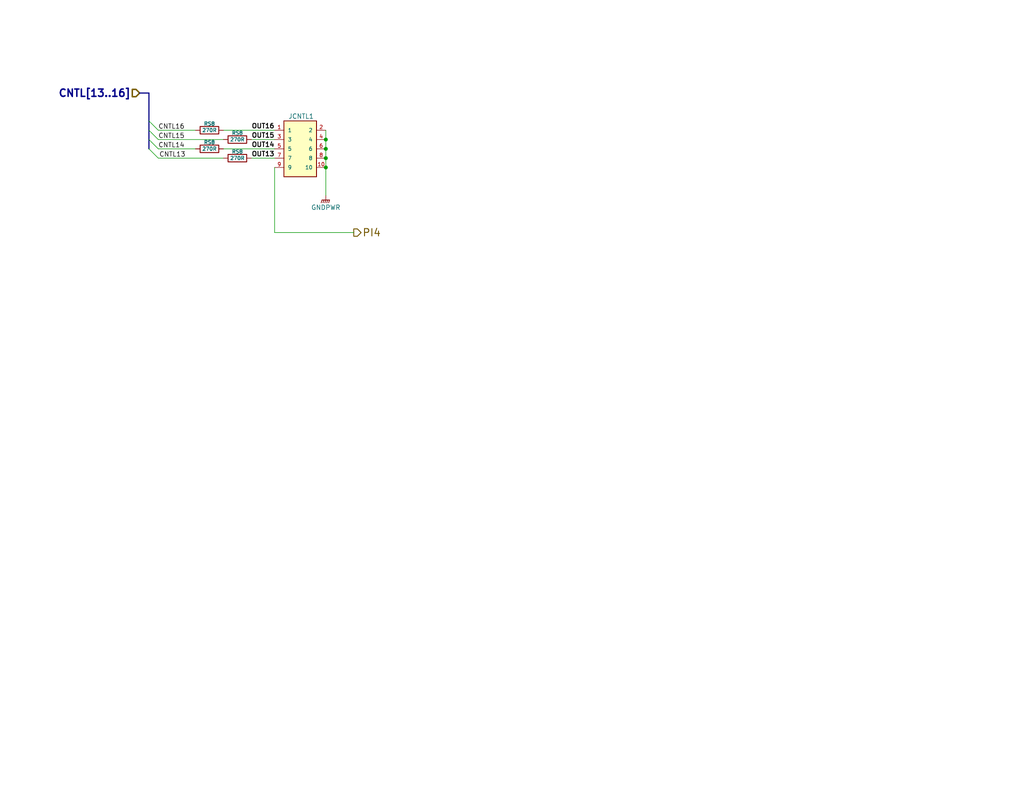
<source format=kicad_sch>
(kicad_sch (version 20230121) (generator eeschema)

  (uuid ba2554c5-6e4b-4fd9-99c6-54d52061f3be)

  (paper "USLetter")

  (title_block
    (title "Pico W 2X SSR Control")
    (date "2023-03-15")
    (rev "0.0.2")
    (company "Michael Cummings")
    (comment 1 "https://ohwr.org/project/cernohl/wikis/Documents/CERN-OHL-version-2")
    (comment 2 "Hardware License: CERN-OHL-W")
    (comment 3 "https://creativecommons.org/licenses/by-sa/4.0/")
    (comment 4 "License: CC By SA 4.0")
  )

  (lib_symbols
    (symbol "Device:R" (pin_numbers hide) (pin_names (offset 0)) (in_bom yes) (on_board yes)
      (property "Reference" "R" (at 2.032 0 90)
        (effects (font (size 1.27 1.27)))
      )
      (property "Value" "R" (at 0 0 90)
        (effects (font (size 1.27 1.27)))
      )
      (property "Footprint" "" (at -1.778 0 90)
        (effects (font (size 1.27 1.27)) hide)
      )
      (property "Datasheet" "~" (at 0 0 0)
        (effects (font (size 1.27 1.27)) hide)
      )
      (property "ki_keywords" "R res resistor" (at 0 0 0)
        (effects (font (size 1.27 1.27)) hide)
      )
      (property "ki_description" "Resistor" (at 0 0 0)
        (effects (font (size 1.27 1.27)) hide)
      )
      (property "ki_fp_filters" "R_*" (at 0 0 0)
        (effects (font (size 1.27 1.27)) hide)
      )
      (symbol "R_0_1"
        (rectangle (start -1.016 -2.54) (end 1.016 2.54)
          (stroke (width 0.254) (type default))
          (fill (type none))
        )
      )
      (symbol "R_1_1"
        (pin passive line (at 0 3.81 270) (length 1.27)
          (name "~" (effects (font (size 1.27 1.27))))
          (number "1" (effects (font (size 1.27 1.27))))
        )
        (pin passive line (at 0 -3.81 90) (length 1.27)
          (name "~" (effects (font (size 1.27 1.27))))
          (number "2" (effects (font (size 1.27 1.27))))
        )
      )
    )
    (symbol "SHF-105-01-L-D-RA_1" (pin_names (offset 1.016)) (in_bom yes) (on_board yes)
      (property "Reference" "JCNTL4" (at 0.254 8.89 0)
        (effects (font (size 1.27 1.27)))
      )
      (property "Value" "SHF-105-01-L-D-RA" (at 0 -43.18 0)
        (effects (font (size 1.27 1.27)) (justify left bottom) hide)
      )
      (property "Footprint" "dragon_mobile:SAMTEC_SHF-105-01-L-D-RA" (at 0 -16.51 0)
        (effects (font (size 1.27 1.27)) (justify left bottom) hide)
      )
      (property "Datasheet" "https://www.mouser.com/datasheet/2/527/shf-2854584.pdf" (at 0 -19.05 0)
        (effects (font (size 1.27 1.27)) (justify left bottom) hide)
      )
      (property "Description" "Headers & Wire Housings Shrouded Terminal Strip, 0.050\"(1.27mm) pitch, Pin(Male), Right Angle, IDC; 10 Pos. 2 Rows;" (at 0 -21.59 0)
        (effects (font (size 1.27 1.27)) (justify left bottom) hide)
      )
      (property "MFN" "Samtec" (at 0 -24.13 0)
        (effects (font (size 1.27 1.27)) (justify left bottom) hide)
      )
      (property "MFP" "SHF-105-01-L-D-RA-TR" (at 0 -26.67 0)
        (effects (font (size 1.27 1.27)) (justify left bottom) hide)
      )
      (property "Type" "THT" (at 0 -29.21 0)
        (effects (font (size 1.27 1.27)) (justify left bottom) hide)
      )
      (property "Height (mm)" "5.33" (at 0 -31.75 0)
        (effects (font (size 1.27 1.27)) (justify left bottom) hide)
      )
      (property "Mouser Part Number" "200-SHF10501LDRATR" (at 0 -34.29 0)
        (effects (font (size 1.27 1.27)) (justify left bottom) hide)
      )
      (property "Mouser Price/Stock" "https://www.mouser.com/ProductDetail/Samtec/SHF-105-01-L-D-RA-TR?qs=%252BZP6%2F%252BtExtA3jdVUpsGHlg%3D%3D" (at 0 -36.83 0)
        (effects (font (size 1.27 1.27)) (justify left bottom) hide)
      )
      (property "Package" "Other" (at 0 -44.704 0)
        (effects (font (size 1.27 1.27)) (justify left) hide)
      )
      (property "Characteristics" "Headers & Wire Housings Shrouded Terminal Strip, 0.050\"(1.27mm) pitch, Pin(Male), Right Angle, IDC; 10 Pos. 2 Rows;" (at 0 -39.37 0)
        (effects (font (size 1.27 1.27)) (justify left) hide)
      )
      (property "Your Instructions/Notes" "" (at 0 0 0)
        (effects (font (size 1.27 1.27)) hide)
      )
      (property "ki_keywords" "Connector" (at 0 0 0)
        (effects (font (size 1.27 1.27)) hide)
      )
      (property "ki_description" "Shrouded Terminal Strip, 0.050'' pitch, SHF-105-01-L-D-RA" (at 0 0 0)
        (effects (font (size 1.27 1.27)) hide)
      )
      (symbol "SHF-105-01-L-D-RA_1_0_0"
        (rectangle (start -4.445 7.62) (end 4.445 -7.62)
          (stroke (width 0.254) (type default))
          (fill (type background))
        )
        (pin passive line (at -6.985 5.08 0) (length 2.54)
          (name "1" (effects (font (size 1.016 1.016))))
          (number "1" (effects (font (size 1.016 1.016))))
        )
        (pin passive line (at 6.985 -5.08 180) (length 2.54)
          (name "10" (effects (font (size 1.016 1.016))))
          (number "10" (effects (font (size 1.016 1.016))))
        )
        (pin passive line (at 6.985 5.08 180) (length 2.54)
          (name "2" (effects (font (size 1.016 1.016))))
          (number "2" (effects (font (size 1.016 1.016))))
        )
        (pin passive line (at -6.985 2.54 0) (length 2.54)
          (name "3" (effects (font (size 1.016 1.016))))
          (number "3" (effects (font (size 1.016 1.016))))
        )
        (pin passive line (at 6.985 2.54 180) (length 2.54)
          (name "4" (effects (font (size 1.016 1.016))))
          (number "4" (effects (font (size 1.016 1.016))))
        )
        (pin passive line (at -6.985 0 0) (length 2.54)
          (name "5" (effects (font (size 1.016 1.016))))
          (number "5" (effects (font (size 1.016 1.016))))
        )
        (pin passive line (at 6.985 0 180) (length 2.54)
          (name "6" (effects (font (size 1.016 1.016))))
          (number "6" (effects (font (size 1.016 1.016))))
        )
        (pin passive line (at -6.985 -2.54 0) (length 2.54)
          (name "7" (effects (font (size 1.016 1.016))))
          (number "7" (effects (font (size 1.016 1.016))))
        )
        (pin passive line (at 6.985 -2.54 180) (length 2.54)
          (name "8" (effects (font (size 1.016 1.016))))
          (number "8" (effects (font (size 1.016 1.016))))
        )
        (pin power_out line (at -6.985 -5.08 0) (length 2.54)
          (name "9" (effects (font (size 1.016 1.016))))
          (number "9" (effects (font (size 1.016 1.016))))
        )
      )
    )
    (symbol "power:GNDPWR" (power) (pin_names (offset 0)) (in_bom yes) (on_board yes)
      (property "Reference" "#PWR" (at 0 -5.08 0)
        (effects (font (size 1.27 1.27)) hide)
      )
      (property "Value" "GNDPWR" (at 0 -3.302 0)
        (effects (font (size 1.27 1.27)))
      )
      (property "Footprint" "" (at 0 -1.27 0)
        (effects (font (size 1.27 1.27)) hide)
      )
      (property "Datasheet" "" (at 0 -1.27 0)
        (effects (font (size 1.27 1.27)) hide)
      )
      (property "ki_keywords" "global ground" (at 0 0 0)
        (effects (font (size 1.27 1.27)) hide)
      )
      (property "ki_description" "Power symbol creates a global label with name \"GNDPWR\" , global ground" (at 0 0 0)
        (effects (font (size 1.27 1.27)) hide)
      )
      (symbol "GNDPWR_0_1"
        (polyline
          (pts
            (xy 0 -1.27)
            (xy 0 0)
          )
          (stroke (width 0) (type default))
          (fill (type none))
        )
        (polyline
          (pts
            (xy -1.016 -1.27)
            (xy -1.27 -2.032)
            (xy -1.27 -2.032)
          )
          (stroke (width 0.2032) (type default))
          (fill (type none))
        )
        (polyline
          (pts
            (xy -0.508 -1.27)
            (xy -0.762 -2.032)
            (xy -0.762 -2.032)
          )
          (stroke (width 0.2032) (type default))
          (fill (type none))
        )
        (polyline
          (pts
            (xy 0 -1.27)
            (xy -0.254 -2.032)
            (xy -0.254 -2.032)
          )
          (stroke (width 0.2032) (type default))
          (fill (type none))
        )
        (polyline
          (pts
            (xy 0.508 -1.27)
            (xy 0.254 -2.032)
            (xy 0.254 -2.032)
          )
          (stroke (width 0.2032) (type default))
          (fill (type none))
        )
        (polyline
          (pts
            (xy 1.016 -1.27)
            (xy -1.016 -1.27)
            (xy -1.016 -1.27)
          )
          (stroke (width 0.2032) (type default))
          (fill (type none))
        )
        (polyline
          (pts
            (xy 1.016 -1.27)
            (xy 0.762 -2.032)
            (xy 0.762 -2.032)
            (xy 0.762 -2.032)
          )
          (stroke (width 0.2032) (type default))
          (fill (type none))
        )
      )
      (symbol "GNDPWR_1_1"
        (pin power_in line (at 0 0 270) (length 0) hide
          (name "GNDPWR" (effects (font (size 1.27 1.27))))
          (number "1" (effects (font (size 1.27 1.27))))
        )
      )
    )
  )

  (junction (at 88.9 45.72) (diameter 0) (color 0 0 0 0)
    (uuid 3d4b9231-2088-465a-b850-b77796898738)
  )
  (junction (at 88.9 38.1) (diameter 0) (color 0 0 0 0)
    (uuid c13451bc-4f21-4185-8876-8b60515ceef9)
  )
  (junction (at 88.9 40.64) (diameter 0) (color 0 0 0 0)
    (uuid ca5ac0fd-098a-4624-bc8b-77205602401b)
  )
  (junction (at 88.9 43.18) (diameter 0) (color 0 0 0 0)
    (uuid dd2f12ca-485b-4675-aff0-6638e810c8a5)
  )

  (bus_entry (at 40.64 38.1) (size 2.54 2.54)
    (stroke (width 0) (type default))
    (uuid 03114e40-5166-4a42-870f-e63c6b168a00)
  )
  (bus_entry (at 40.64 35.56) (size 2.54 2.54)
    (stroke (width 0) (type default))
    (uuid 2487e141-a9ef-498c-98ce-f4a3600347cc)
  )
  (bus_entry (at 40.64 33.02) (size 2.54 2.54)
    (stroke (width 0) (type default))
    (uuid 37057035-b3c9-41fe-96f7-d144089444d6)
  )
  (bus_entry (at 40.64 40.64) (size 2.54 2.54)
    (stroke (width 0) (type default))
    (uuid a4c4b065-ad4d-46d5-bf3e-4b70fd00d85e)
  )

  (wire (pts (xy 43.18 43.18) (xy 60.96 43.18))
    (stroke (width 0) (type default))
    (uuid 066cb65f-d9ab-4f78-b119-af2fc383c506)
  )
  (bus (pts (xy 40.64 35.56) (xy 40.64 38.1))
    (stroke (width 0) (type default))
    (uuid 3809c7a1-97fa-4b42-804f-fe8a2dffd9cf)
  )

  (wire (pts (xy 74.93 45.72) (xy 74.93 63.5))
    (stroke (width 0) (type default))
    (uuid 3b631ad3-daa0-4c76-8679-285c05244b50)
  )
  (wire (pts (xy 60.96 40.64) (xy 74.93 40.64))
    (stroke (width 0) (type default))
    (uuid 4246bbb4-a160-43fd-a22e-29f0ac7b550e)
  )
  (wire (pts (xy 88.9 43.18) (xy 88.9 45.72))
    (stroke (width 0) (type default))
    (uuid 458e99fd-e166-40fb-9ade-3d58034ceea4)
  )
  (wire (pts (xy 43.18 40.64) (xy 53.34 40.64))
    (stroke (width 0) (type default))
    (uuid 657755ae-6539-45c3-ad88-0ac4111ba3d5)
  )
  (wire (pts (xy 74.93 63.5) (xy 96.52 63.5))
    (stroke (width 0) (type default))
    (uuid 77fc501e-4397-4df6-bdd0-4cfe375e1646)
  )
  (wire (pts (xy 43.18 38.1) (xy 60.96 38.1))
    (stroke (width 0) (type default))
    (uuid 8ce94280-2590-4052-95cf-38314793c0a6)
  )
  (bus (pts (xy 38.1 25.4) (xy 40.64 25.4))
    (stroke (width 0) (type default))
    (uuid a893ccf2-c06f-4170-8d7e-144efa1c9a7e)
  )

  (wire (pts (xy 60.96 35.56) (xy 74.93 35.56))
    (stroke (width 0) (type default))
    (uuid b06f3154-d2e1-4dba-b020-80a408b502e9)
  )
  (wire (pts (xy 43.18 35.56) (xy 53.34 35.56))
    (stroke (width 0) (type default))
    (uuid b548c86f-bf17-4644-afb5-d40c09bf6b11)
  )
  (bus (pts (xy 40.64 33.02) (xy 40.64 35.56))
    (stroke (width 0) (type default))
    (uuid d147f65e-d198-46fe-ab30-f516c445396a)
  )

  (wire (pts (xy 68.58 38.1) (xy 74.93 38.1))
    (stroke (width 0) (type default))
    (uuid d5587f3e-8fd8-4a8f-9a2b-9b61aba6ca26)
  )
  (bus (pts (xy 40.64 38.1) (xy 40.64 40.64))
    (stroke (width 0) (type default))
    (uuid d7f1185f-5c57-424e-bd35-6f9de55388b0)
  )

  (wire (pts (xy 88.9 45.72) (xy 88.9 53.34))
    (stroke (width 0) (type default))
    (uuid dc41dfb1-9eb3-4aef-9f34-ea424e007df0)
  )
  (wire (pts (xy 88.9 40.64) (xy 88.9 43.18))
    (stroke (width 0) (type default))
    (uuid e08cfeeb-7f5b-4fc9-883b-b0224a9146aa)
  )
  (wire (pts (xy 88.9 38.1) (xy 88.9 40.64))
    (stroke (width 0) (type default))
    (uuid e1762f38-02b6-4e4c-800f-d507a5bf252d)
  )
  (wire (pts (xy 88.9 35.56) (xy 88.9 38.1))
    (stroke (width 0) (type default))
    (uuid e4af31e4-9e16-4bc2-9364-6b1bb2755118)
  )
  (wire (pts (xy 68.58 43.18) (xy 74.93 43.18))
    (stroke (width 0) (type default))
    (uuid ea249f90-b76b-47fd-8420-019728ffd0d5)
  )
  (bus (pts (xy 40.64 25.4) (xy 40.64 33.02))
    (stroke (width 0) (type default))
    (uuid f16eb820-4764-4ba6-a745-18d37381e24a)
  )

  (text "${SHEETNAME}" (at 12.7 17.78 0)
    (effects (font (size 4 4) bold) (justify left bottom))
    (uuid 7928e639-f7d8-40bf-90f8-c9432959d154)
  )

  (label "CNTL14" (at 43.18 40.64 0) (fields_autoplaced)
    (effects (font (size 1.27 1.27)) (justify left bottom))
    (uuid 1c057f79-4672-4023-91e9-3aec31ac31b9)
  )
  (label "OUT14" (at 68.58 40.64 0) (fields_autoplaced)
    (effects (font (size 1.27 1.27) bold) (justify left bottom))
    (uuid 3596daa6-2e48-42f7-83dd-98c0559881b9)
  )
  (label "CNTL16" (at 43.18 35.56 0) (fields_autoplaced)
    (effects (font (size 1.27 1.27)) (justify left bottom))
    (uuid 4a2df5ed-c730-4849-a6de-ff71fd18b9e2)
  )
  (label "OUT13" (at 68.58 43.18 0) (fields_autoplaced)
    (effects (font (size 1.27 1.27) bold) (justify left bottom))
    (uuid 5dac32da-e96a-4acc-8533-916087e9eb0c)
  )
  (label "CNTL15" (at 43.18 38.1 0) (fields_autoplaced)
    (effects (font (size 1.27 1.27)) (justify left bottom))
    (uuid 5f8d88c4-e417-4f0d-894f-14f4f7816093)
  )
  (label "OUT16" (at 68.58 35.56 0) (fields_autoplaced)
    (effects (font (size 1.27 1.27) bold) (justify left bottom))
    (uuid 883a8588-bcf6-43d3-9fd2-59368ef9a502)
  )
  (label "CNTL13" (at 43.434 43.18 0) (fields_autoplaced)
    (effects (font (size 1.27 1.27)) (justify left bottom))
    (uuid ae6c445e-1a85-4659-9ca7-f683336e850b)
  )
  (label "OUT15" (at 68.58 38.1 0) (fields_autoplaced)
    (effects (font (size 1.27 1.27) bold) (justify left bottom))
    (uuid f1dc69c3-4ce1-470d-a32c-81d1b9416df2)
  )

  (hierarchical_label "PI4" (shape output) (at 96.52 63.5 0) (fields_autoplaced)
    (effects (font (size 2 2) (thickness 0.254) bold) (justify left))
    (uuid c9a8cd04-fdf5-4a18-9bf9-36590fcdb1e0)
  )
  (hierarchical_label "CNTL[13..16]" (shape input) (at 38.1 25.4 180) (fields_autoplaced)
    (effects (font (size 2 2) bold) (justify right))
    (uuid f582ed77-b532-4f22-b92d-7aafa1c087c1)
  )

  (symbol (lib_name "SHF-105-01-L-D-RA_1") (lib_id "dragon_mobile:SHF-105-01-L-D-RA") (at 81.915 40.64 0) (unit 1)
    (in_bom yes) (on_board yes) (dnp no)
    (uuid 1d582cfc-de9b-447f-9fff-61e898e8e6c5)
    (property "Reference" "JCNTL1" (at 82.169 31.75 0)
      (effects (font (size 1.27 1.27)))
    )
    (property "Value" "SHF-105-01-L-D-RA" (at 81.915 83.82 0)
      (effects (font (size 1.27 1.27)) (justify left bottom) hide)
    )
    (property "Footprint" "dragon_mobile:SAMTEC_SHF-105-01-L-D-RA" (at 81.915 57.15 0)
      (effects (font (size 1.27 1.27)) (justify left bottom) hide)
    )
    (property "Datasheet" "https://www.mouser.com/datasheet/2/527/shf-2854584.pdf" (at 81.915 59.69 0)
      (effects (font (size 1.27 1.27)) (justify left bottom) hide)
    )
    (property "Description" "Headers & Wire Housings Shrouded Terminal Strip, 0.050\"(1.27mm) pitch, Pin(Male), Right Angle, IDC; 10 Pos. 2 Rows;" (at 81.915 62.23 0)
      (effects (font (size 1.27 1.27)) (justify left bottom) hide)
    )
    (property "MFN" "Samtec" (at 81.915 64.77 0)
      (effects (font (size 1.27 1.27)) (justify left bottom) hide)
    )
    (property "MFP" "SHF-105-01-L-D-RA-TR" (at 81.915 67.31 0)
      (effects (font (size 1.27 1.27)) (justify left bottom) hide)
    )
    (property "Type" "THT" (at 81.915 69.85 0)
      (effects (font (size 1.27 1.27)) (justify left bottom) hide)
    )
    (property "Height (mm)" "5.33" (at 81.915 72.39 0)
      (effects (font (size 1.27 1.27)) (justify left bottom) hide)
    )
    (property "Mouser Part Number" "200-SHF10501LDRATR" (at 81.915 74.93 0)
      (effects (font (size 1.27 1.27)) (justify left bottom) hide)
    )
    (property "Mouser Price/Stock" "https://www.mouser.com/ProductDetail/Samtec/SHF-105-01-L-D-RA-TR?qs=%252BZP6%2F%252BtExtA3jdVUpsGHlg%3D%3D" (at 81.915 77.47 0)
      (effects (font (size 1.27 1.27)) (justify left bottom) hide)
    )
    (property "Package" "Other" (at 81.915 85.344 0)
      (effects (font (size 1.27 1.27)) (justify left) hide)
    )
    (property "Characteristics" "Headers & Wire Housings Shrouded Terminal Strip, 0.050\"(1.27mm) pitch, Pin(Male), Right Angle, IDC; 10 Pos. 2 Rows;" (at 81.915 80.01 0)
      (effects (font (size 1.27 1.27)) (justify left) hide)
    )
    (property "Your Instructions/Notes" "" (at 81.915 40.64 0)
      (effects (font (size 1.27 1.27)) hide)
    )
    (pin "1" (uuid 4889eaf5-3964-4695-b59f-8f33a41766c9))
    (pin "10" (uuid d4e5d317-2b09-4822-b2f2-a4a2e0cd7731))
    (pin "2" (uuid 43fc5db8-0fec-4d03-bb1e-366cbea0c11e))
    (pin "3" (uuid b21738d5-c691-49a6-82d1-78ea9bb00e23))
    (pin "4" (uuid 32a6757f-6968-4c6b-92c7-636d4d478645))
    (pin "5" (uuid 8505ed36-3f43-4bfe-a1d9-7d80da11fed5))
    (pin "6" (uuid b811a0b8-d474-4f68-9c2e-0c95986cb0dc))
    (pin "7" (uuid 7ca4db6a-45b4-4962-a5f2-ca9fbaf36c26))
    (pin "8" (uuid af6bc92d-57f5-463d-926c-88007132f6ce))
    (pin "9" (uuid 5260afe7-e9a5-4bfc-9440-1dd6d010028b))
    (instances
      (project "picow_ssr_control"
        (path "/04b3a773-2568-4dd5-b3b9-f3130861ac39/9a31bd8a-9f6c-42a4-99bd-41703d57702f"
          (reference "JCNTL1") (unit 1)
        )
      )
      (project "picow_2x_ssr_control"
        (path "/f6e5fabc-8c1a-4af2-9249-71e11b201fe5/b030494e-edcd-426b-bd17-96113362cfcc"
          (reference "JCNTL1") (unit 1)
        )
        (path "/f6e5fabc-8c1a-4af2-9249-71e11b201fe5/152d36c7-3c65-43c4-b709-6a2c75ef9b7f"
          (reference "JCTL4") (unit 1)
        )
      )
    )
  )

  (symbol (lib_id "Device:R") (at 64.77 43.18 90) (mirror x) (unit 1)
    (in_bom yes) (on_board yes) (dnp no)
    (uuid 7fae6a1f-a2d9-41fe-a8a3-dfd47de84fb0)
    (property "Reference" "RS8" (at 64.77 41.402 90)
      (effects (font (size 1 1)))
    )
    (property "Value" "270R" (at 64.77 43.18 90)
      (effects (font (size 1 1)))
    )
    (property "Footprint" "Resistor_SMD:R_0603_1608Metric" (at 64.77 41.402 90)
      (effects (font (size 1.27 1.27)) hide)
    )
    (property "Datasheet" "https://www.mouser.com/datasheet/2/348/ROHM_S_A0011096274_1-2563284.pdf" (at 64.77 43.18 0)
      (effects (font (size 1.27 1.27)) hide)
    )
    (property "Description" "270Ohms; 300mW; SMD (0603) 5% Anti Surge AEC-Q200" (at 64.77 43.18 0)
      (effects (font (size 1.27 1.27)) hide)
    )
    (property "Package" "0603" (at 64.77 43.18 0)
      (effects (font (size 1.27 1.27)) hide)
    )
    (property "Type" "SMD" (at 64.77 43.18 0)
      (effects (font (size 1.27 1.27)) hide)
    )
    (property "Characteristics" "270Ohms; 300mW; SMD (0603) 5% Anti Surge AEC-Q200" (at 64.77 43.18 0)
      (effects (font (size 1.27 1.27)) hide)
    )
    (property "MFN" "ROHM Semiconductor" (at 64.77 43.18 0)
      (effects (font (size 1.27 1.27)) hide)
    )
    (property "MFP" "SDR03EZPJ271" (at 64.77 43.18 0)
      (effects (font (size 1.27 1.27)) hide)
    )
    (property "Mouser Part Number" "755-SDR03EZPJ271" (at 64.77 43.18 0)
      (effects (font (size 1.27 1.27)) hide)
    )
    (property "Mouser Price/Stock" "https://www.mouser.com/ProductDetail/ROHM-Semiconductor/SDR03EZPJ271?qs=byeeYqUIh0MS4rgfOqr31Q%3D%3D" (at 64.77 43.18 0)
      (effects (font (size 1.27 1.27)) hide)
    )
    (property "Height (mm)" "0.45" (at 64.77 43.18 0)
      (effects (font (size 1.27 1.27)) hide)
    )
    (pin "1" (uuid 7e68641b-1611-4451-9776-453b0dafa5bb))
    (pin "2" (uuid 018fd74a-84d3-484e-a99b-5734d318b335))
    (instances
      (project "picow_ssr_control"
        (path "/04b3a773-2568-4dd5-b3b9-f3130861ac39/9a31bd8a-9f6c-42a4-99bd-41703d57702f"
          (reference "RS8") (unit 1)
        )
      )
      (project "picow_2x_ssr_control"
        (path "/f6e5fabc-8c1a-4af2-9249-71e11b201fe5/152d36c7-3c65-43c4-b709-6a2c75ef9b7f"
          (reference "RS13") (unit 1)
        )
      )
    )
  )

  (symbol (lib_id "Device:R") (at 57.15 40.64 90) (mirror x) (unit 1)
    (in_bom yes) (on_board yes) (dnp no)
    (uuid 85be4b4e-1e7c-462f-aaae-825c10bece4e)
    (property "Reference" "RS8" (at 57.15 38.862 90)
      (effects (font (size 1 1)))
    )
    (property "Value" "270R" (at 57.15 40.64 90)
      (effects (font (size 1 1)))
    )
    (property "Footprint" "Resistor_SMD:R_0603_1608Metric" (at 57.15 38.862 90)
      (effects (font (size 1.27 1.27)) hide)
    )
    (property "Datasheet" "https://www.mouser.com/datasheet/2/348/ROHM_S_A0011096274_1-2563284.pdf" (at 57.15 40.64 0)
      (effects (font (size 1.27 1.27)) hide)
    )
    (property "Description" "270Ohms; 300mW; SMD (0603) 5% Anti Surge AEC-Q200" (at 57.15 40.64 0)
      (effects (font (size 1.27 1.27)) hide)
    )
    (property "Package" "0603" (at 57.15 40.64 0)
      (effects (font (size 1.27 1.27)) hide)
    )
    (property "Type" "SMD" (at 57.15 40.64 0)
      (effects (font (size 1.27 1.27)) hide)
    )
    (property "Characteristics" "270Ohms; 300mW; SMD (0603) 5% Anti Surge AEC-Q200" (at 57.15 40.64 0)
      (effects (font (size 1.27 1.27)) hide)
    )
    (property "MFN" "ROHM Semiconductor" (at 57.15 40.64 0)
      (effects (font (size 1.27 1.27)) hide)
    )
    (property "MFP" "SDR03EZPJ271" (at 57.15 40.64 0)
      (effects (font (size 1.27 1.27)) hide)
    )
    (property "Mouser Part Number" "755-SDR03EZPJ271" (at 57.15 40.64 0)
      (effects (font (size 1.27 1.27)) hide)
    )
    (property "Mouser Price/Stock" "https://www.mouser.com/ProductDetail/ROHM-Semiconductor/SDR03EZPJ271?qs=byeeYqUIh0MS4rgfOqr31Q%3D%3D" (at 57.15 40.64 0)
      (effects (font (size 1.27 1.27)) hide)
    )
    (property "Height (mm)" "0.45" (at 57.15 40.64 0)
      (effects (font (size 1.27 1.27)) hide)
    )
    (pin "1" (uuid c5551f18-80da-4740-a0c2-b6326a565a39))
    (pin "2" (uuid 71259ee5-9b1d-4d4e-ae84-5ccf6c196105))
    (instances
      (project "picow_ssr_control"
        (path "/04b3a773-2568-4dd5-b3b9-f3130861ac39/9a31bd8a-9f6c-42a4-99bd-41703d57702f"
          (reference "RS8") (unit 1)
        )
      )
      (project "picow_2x_ssr_control"
        (path "/f6e5fabc-8c1a-4af2-9249-71e11b201fe5/152d36c7-3c65-43c4-b709-6a2c75ef9b7f"
          (reference "RS14") (unit 1)
        )
      )
    )
  )

  (symbol (lib_id "Device:R") (at 64.77 38.1 90) (mirror x) (unit 1)
    (in_bom yes) (on_board yes) (dnp no)
    (uuid 901bbc01-8bcf-4ae9-940d-8b646d0c8867)
    (property "Reference" "RS8" (at 64.77 36.322 90)
      (effects (font (size 1 1)))
    )
    (property "Value" "270R" (at 64.77 38.1 90)
      (effects (font (size 1 1)))
    )
    (property "Footprint" "Resistor_SMD:R_0603_1608Metric" (at 64.77 36.322 90)
      (effects (font (size 1.27 1.27)) hide)
    )
    (property "Datasheet" "https://www.mouser.com/datasheet/2/348/ROHM_S_A0011096274_1-2563284.pdf" (at 64.77 38.1 0)
      (effects (font (size 1.27 1.27)) hide)
    )
    (property "Description" "270Ohms; 300mW; SMD (0603) 5% Anti Surge AEC-Q200" (at 64.77 38.1 0)
      (effects (font (size 1.27 1.27)) hide)
    )
    (property "Package" "0603" (at 64.77 38.1 0)
      (effects (font (size 1.27 1.27)) hide)
    )
    (property "Type" "SMD" (at 64.77 38.1 0)
      (effects (font (size 1.27 1.27)) hide)
    )
    (property "Characteristics" "270Ohms; 300mW; SMD (0603) 5% Anti Surge AEC-Q200" (at 64.77 38.1 0)
      (effects (font (size 1.27 1.27)) hide)
    )
    (property "MFN" "ROHM Semiconductor" (at 64.77 38.1 0)
      (effects (font (size 1.27 1.27)) hide)
    )
    (property "MFP" "SDR03EZPJ271" (at 64.77 38.1 0)
      (effects (font (size 1.27 1.27)) hide)
    )
    (property "Mouser Part Number" "755-SDR03EZPJ271" (at 64.77 38.1 0)
      (effects (font (size 1.27 1.27)) hide)
    )
    (property "Mouser Price/Stock" "https://www.mouser.com/ProductDetail/ROHM-Semiconductor/SDR03EZPJ271?qs=byeeYqUIh0MS4rgfOqr31Q%3D%3D" (at 64.77 38.1 0)
      (effects (font (size 1.27 1.27)) hide)
    )
    (property "Height (mm)" "0.45" (at 64.77 38.1 0)
      (effects (font (size 1.27 1.27)) hide)
    )
    (pin "1" (uuid 10ab9122-aed6-414d-87a0-8707b95d4e9c))
    (pin "2" (uuid 7c76a53d-78a9-4273-915e-483933fc3992))
    (instances
      (project "picow_ssr_control"
        (path "/04b3a773-2568-4dd5-b3b9-f3130861ac39/9a31bd8a-9f6c-42a4-99bd-41703d57702f"
          (reference "RS8") (unit 1)
        )
      )
      (project "picow_2x_ssr_control"
        (path "/f6e5fabc-8c1a-4af2-9249-71e11b201fe5/152d36c7-3c65-43c4-b709-6a2c75ef9b7f"
          (reference "RS15") (unit 1)
        )
      )
    )
  )

  (symbol (lib_id "power:GNDPWR") (at 88.9 53.34 0) (unit 1)
    (in_bom yes) (on_board yes) (dnp no)
    (uuid a4a1f866-2aa7-4192-b042-91014ec9992f)
    (property "Reference" "#PWR022" (at 88.9 58.42 0)
      (effects (font (size 1.27 1.27)) hide)
    )
    (property "Value" "GNDPWR" (at 88.9 56.642 0)
      (effects (font (size 1.27 1.27)))
    )
    (property "Footprint" "" (at 88.9 54.61 0)
      (effects (font (size 1.27 1.27)) hide)
    )
    (property "Datasheet" "" (at 88.9 54.61 0)
      (effects (font (size 1.27 1.27)) hide)
    )
    (pin "1" (uuid 1d17158e-4bc8-4561-8cbb-e154e2ed0161))
    (instances
      (project "picow_2x_ssr_control"
        (path "/f6e5fabc-8c1a-4af2-9249-71e11b201fe5/152d36c7-3c65-43c4-b709-6a2c75ef9b7f"
          (reference "#PWR022") (unit 1)
        )
      )
    )
  )

  (symbol (lib_id "Device:R") (at 57.15 35.56 90) (mirror x) (unit 1)
    (in_bom yes) (on_board yes) (dnp no)
    (uuid bb9a2225-3a1f-4038-976f-839c6ef70fa1)
    (property "Reference" "RS8" (at 57.15 33.782 90)
      (effects (font (size 1 1)))
    )
    (property "Value" "270R" (at 57.15 35.56 90)
      (effects (font (size 1 1)))
    )
    (property "Footprint" "Resistor_SMD:R_0603_1608Metric" (at 57.15 33.782 90)
      (effects (font (size 1.27 1.27)) hide)
    )
    (property "Datasheet" "https://www.mouser.com/datasheet/2/348/ROHM_S_A0011096274_1-2563284.pdf" (at 57.15 35.56 0)
      (effects (font (size 1.27 1.27)) hide)
    )
    (property "Description" "270Ohms; 300mW; SMD (0603) 5% Anti Surge AEC-Q200" (at 57.15 35.56 0)
      (effects (font (size 1.27 1.27)) hide)
    )
    (property "Package" "0603" (at 57.15 35.56 0)
      (effects (font (size 1.27 1.27)) hide)
    )
    (property "Type" "SMD" (at 57.15 35.56 0)
      (effects (font (size 1.27 1.27)) hide)
    )
    (property "Characteristics" "270Ohms; 300mW; SMD (0603) 5% Anti Surge AEC-Q200" (at 57.15 35.56 0)
      (effects (font (size 1.27 1.27)) hide)
    )
    (property "MFN" "ROHM Semiconductor" (at 57.15 35.56 0)
      (effects (font (size 1.27 1.27)) hide)
    )
    (property "MFP" "SDR03EZPJ271" (at 57.15 35.56 0)
      (effects (font (size 1.27 1.27)) hide)
    )
    (property "Mouser Part Number" "755-SDR03EZPJ271" (at 57.15 35.56 0)
      (effects (font (size 1.27 1.27)) hide)
    )
    (property "Mouser Price/Stock" "https://www.mouser.com/ProductDetail/ROHM-Semiconductor/SDR03EZPJ271?qs=byeeYqUIh0MS4rgfOqr31Q%3D%3D" (at 57.15 35.56 0)
      (effects (font (size 1.27 1.27)) hide)
    )
    (property "Height (mm)" "0.45" (at 57.15 35.56 0)
      (effects (font (size 1.27 1.27)) hide)
    )
    (pin "1" (uuid 1200a054-9143-40ff-a72e-5e00a7158df9))
    (pin "2" (uuid d4f0266a-9485-4a18-8545-d4c5f84326f2))
    (instances
      (project "picow_ssr_control"
        (path "/04b3a773-2568-4dd5-b3b9-f3130861ac39/9a31bd8a-9f6c-42a4-99bd-41703d57702f"
          (reference "RS8") (unit 1)
        )
      )
      (project "picow_2x_ssr_control"
        (path "/f6e5fabc-8c1a-4af2-9249-71e11b201fe5/152d36c7-3c65-43c4-b709-6a2c75ef9b7f"
          (reference "RS16") (unit 1)
        )
      )
    )
  )
)

</source>
